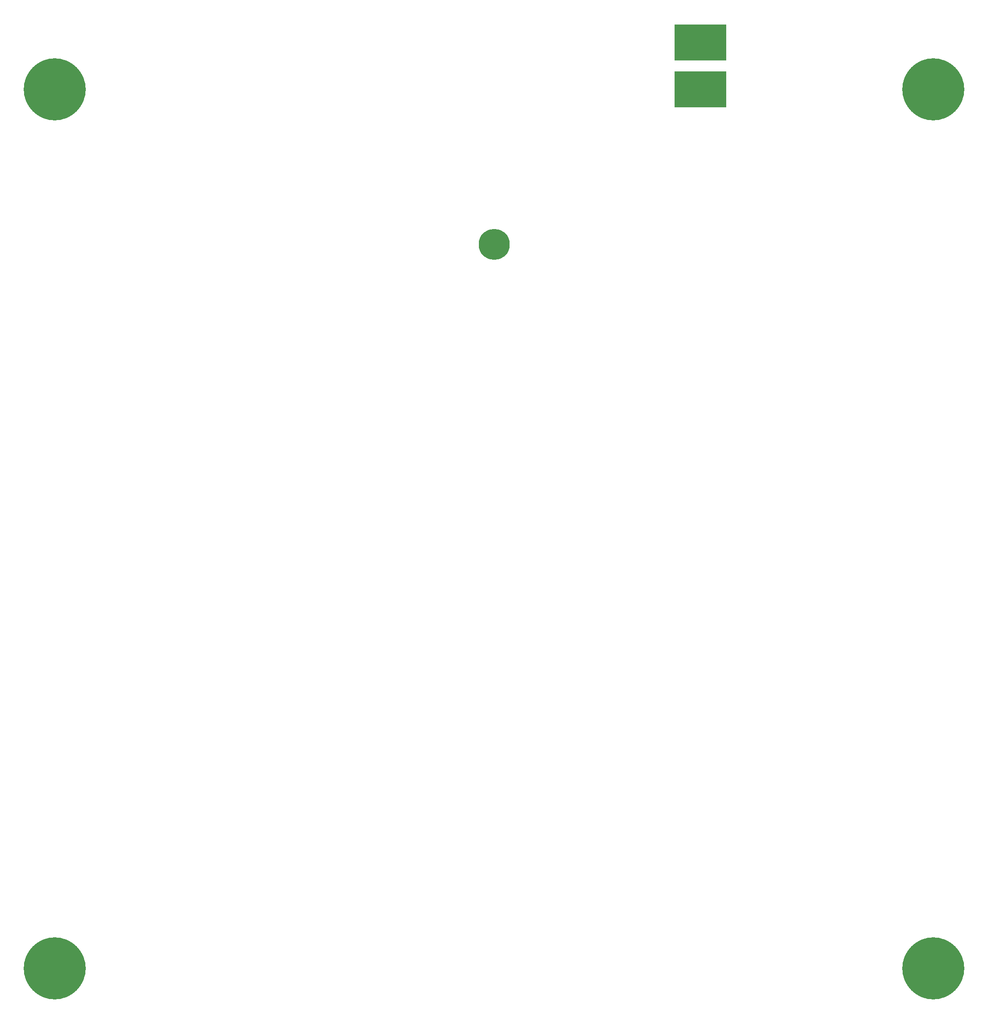
<source format=gbr>
G04 #@! TF.GenerationSoftware,KiCad,Pcbnew,7.0.6*
G04 #@! TF.CreationDate,2023-10-21T01:30:07+00:00*
G04 #@! TF.ProjectId,HeatedBedFoil,48656174-6564-4426-9564-466f696c2e6b,rev?*
G04 #@! TF.SameCoordinates,Original*
G04 #@! TF.FileFunction,Soldermask,Top*
G04 #@! TF.FilePolarity,Negative*
%FSLAX46Y46*%
G04 Gerber Fmt 4.6, Leading zero omitted, Abs format (unit mm)*
G04 Created by KiCad (PCBNEW 7.0.6) date 2023-10-21 01:30:07*
%MOMM*%
%LPD*%
G01*
G04 APERTURE LIST*
%ADD10C,12.000000*%
%ADD11R,10.000000X7.000000*%
%ADD12C,6.000000*%
G04 APERTURE END LIST*
D10*
X225000000Y-225000000D03*
X225000000Y-55000000D03*
D11*
X179900000Y-46000000D03*
D10*
X55000000Y-225000000D03*
X55000000Y-55000000D03*
D12*
X140000000Y-85000000D03*
D11*
X179900000Y-55000000D03*
M02*

</source>
